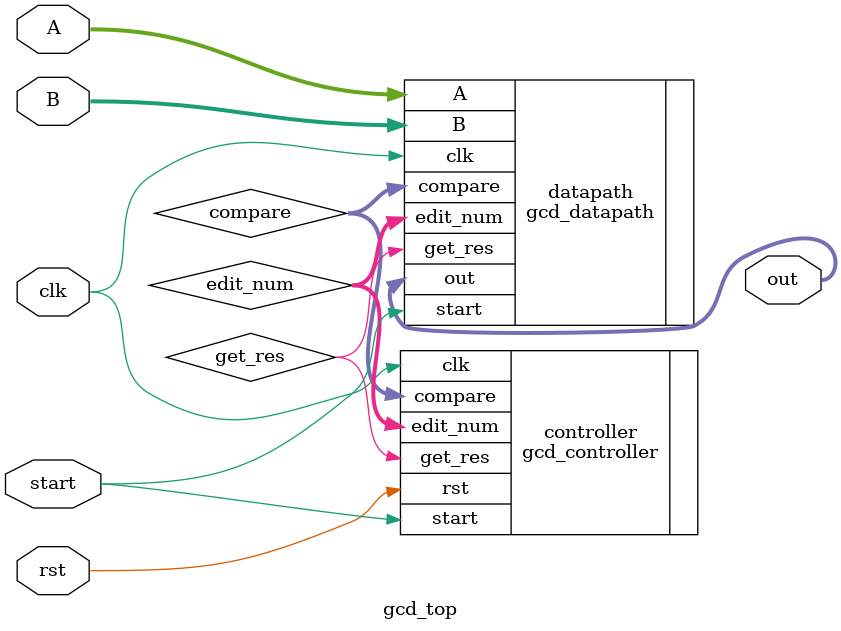
<source format=v>
module gcd_top(
    input clk,
	input rst,
	input start,
	input [9:0]A,
	input [9:0]B,
    output [9:0]out
);
wire get_res;
wire [1:0] compare,edit_num;

gcd_controller controller (
    .clk(clk),
	.rst(rst),
	.start(start),
	.edit_num(edit_num),
	.compare(compare),
	.get_res(get_res)
);

gcd_datapath datapath(
    .clk(clk),
	.start(start),
	.A(A),
	.B(B),
	.edit_num(edit_num),
	.compare(compare),
	.get_res(get_res),
	.out(out)
);

endmodule
</source>
